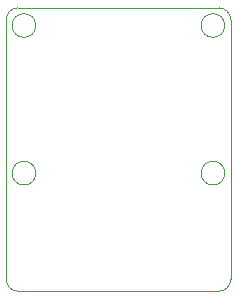
<source format=gbr>
%TF.GenerationSoftware,KiCad,Pcbnew,(6.0.0)*%
%TF.CreationDate,2022-02-06T18:38:24+08:00*%
%TF.ProjectId,FurutaPendulum_Power_Board,46757275-7461-4506-956e-64756c756d5f,rev?*%
%TF.SameCoordinates,Original*%
%TF.FileFunction,Profile,NP*%
%FSLAX46Y46*%
G04 Gerber Fmt 4.6, Leading zero omitted, Abs format (unit mm)*
G04 Created by KiCad (PCBNEW (6.0.0)) date 2022-02-06 18:38:24*
%MOMM*%
%LPD*%
G01*
G04 APERTURE LIST*
%TA.AperFunction,Profile*%
%ADD10C,0.100000*%
%TD*%
G04 APERTURE END LIST*
D10*
X91500000Y-117000000D02*
X108500000Y-117000000D01*
X108500000Y-117000000D02*
G75*
G03*
X109500000Y-116000000I1J999999D01*
G01*
X109000000Y-107000000D02*
G75*
G03*
X109000000Y-107000000I-1000000J0D01*
G01*
X93000000Y-107000000D02*
G75*
G03*
X93000000Y-107000000I-1000000J0D01*
G01*
X109500000Y-94000000D02*
G75*
G03*
X108500000Y-93000000I-999999J1D01*
G01*
X91500000Y-93000000D02*
G75*
G03*
X90500000Y-94000000I-1J-999999D01*
G01*
X109500000Y-116000000D02*
X109500000Y-94000000D01*
X90500000Y-94000000D02*
X90500000Y-116000000D01*
X93000000Y-94500000D02*
G75*
G03*
X93000000Y-94500000I-1000000J0D01*
G01*
X90500000Y-116000000D02*
G75*
G03*
X91500000Y-117000000I999999J-1D01*
G01*
X109000000Y-94500000D02*
G75*
G03*
X109000000Y-94500000I-1000000J0D01*
G01*
X108500000Y-93000000D02*
X91500000Y-93000000D01*
M02*

</source>
